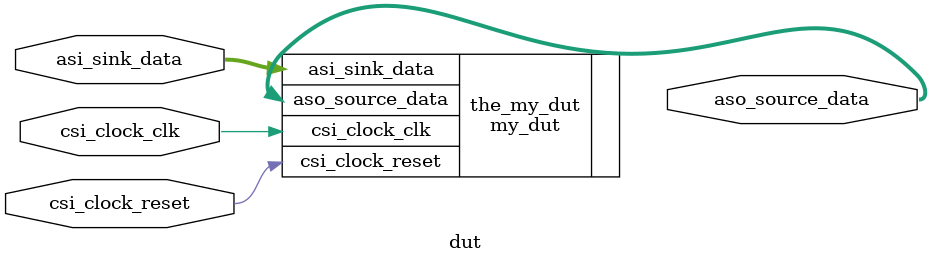
<source format=v>

`timescale 1ns / 1ps
// synthesis translate_on

// turn off superfluous verilog processor warnings 
// altera message_level Level1 
// altera message_off 10034 10035 10036 10037 10230 10240 10030 

module dut (
             // inputs:
              asi_sink_data,
              csi_clock_clk,
              csi_clock_reset,

             // outputs:
              aso_source_data
           )
;

  output  [ 15: 0] aso_source_data;
  input   [ 15: 0] asi_sink_data;
  input            csi_clock_clk;
  input            csi_clock_reset;

  wire    [ 15: 0] aso_source_data;
  my_dut the_my_dut
    (
      .asi_sink_data   (asi_sink_data),
      .aso_source_data (aso_source_data),
      .csi_clock_clk   (csi_clock_clk),
      .csi_clock_reset (csi_clock_reset)
    );


endmodule


</source>
